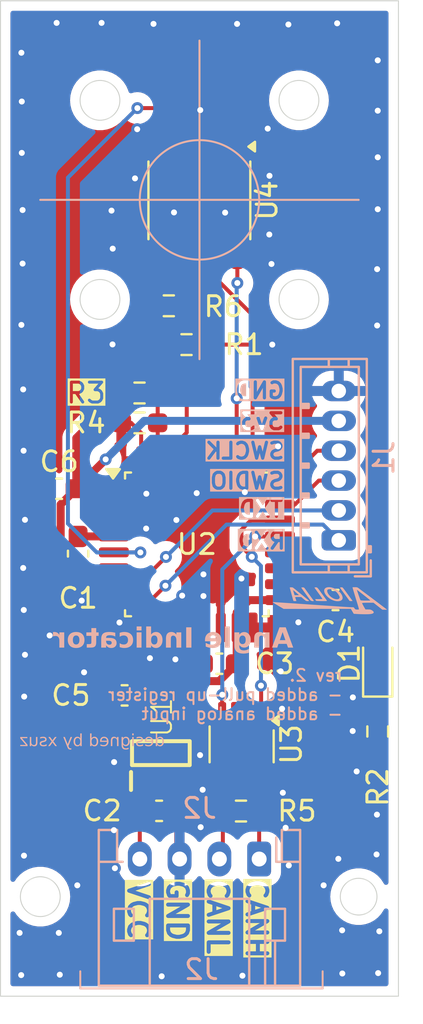
<source format=kicad_pcb>
(kicad_pcb (version 20240108) (generator "pcbnew") (generator_version "8.0")
  (title_block (title "AngleIndicator") (rev "0.0") (company "AIOLIA"))
  (layers (0 "F.Cu" signal) (31 "B.Cu" signal) (34 "B.Paste" user) (35 "F.Paste" user) (36 "B.SilkS" user "B.Silkscreen") (37 "F.SilkS" user "F.Silkscreen") (38 "B.Mask" user) (39 "F.Mask" user) (44 "Edge.Cuts" user))
  (net 0 "")
  (net 1 "GND")
  (net 2 "VCC")
  (net 3 "+3V3")
  (net 4 "RST")
  (net 5 "LED1")
  (net 6 "Net-(D1-K)")
  (net 7 "TX2")
  (net 8 "RX2")
  (net 9 "SWDIO")
  (net 10 "SWCLK")
  (net 11 "/BOOT0")
  (net 12 "CAN_TX")
  (net 13 "CAN_RX")
  (net 14 "/CAN-")
  (net 15 "/CAN+")
  (net 20 "DIR")
  (net 24 "SDA")
  (net 25 "AIN")
  (net 31 "SCL")
  (footprint "Capacitor_SMD:C_0603_1608Metric_Pad1.08x0.95mm_HandSolder" (layer "F.Cu") (at 26.2375 54.89)
    (property "Reference" "C5" (at -2.7 0 0) (layer "F.SilkS"))
    (property "Value" "1.0u")
    (pad "1" smd roundrect (at -0.8625 0) (size 1.075 0.95) (layers "F.Cu" "F.Paste" "F.Mask") (net 1 "GND"))
    (pad "2" smd roundrect (at 0.8625 0) (size 1.075 0.95) (layers "F.Cu" "F.Paste" "F.Mask") (net 3 "+3V3"))
  )
  (footprint "Capacitor_SMD:C_0603_1608Metric_Pad1.08x0.95mm_HandSolder" (layer "F.Cu") (at 31 53.3 180)
    (property "Reference" "C3" (at -2.78 0 0) (layer "F.SilkS"))
    (property "Value" "0.1u")
    (pad "1" smd roundrect (at -0.8625 0 180) (size 1.075 0.95) (layers "F.Cu" "F.Paste" "F.Mask") (net 3 "+3V3"))
    (pad "2" smd roundrect (at 0.8625 0 180) (size 1.075 0.95) (layers "F.Cu" "F.Paste" "F.Mask") (net 1 "GND"))
  )
  (footprint "Capacitor_SMD:C_0603_1608Metric_Pad1.08x0.95mm_HandSolder" (layer "F.Cu") (at 23.9 47.77 -90)
    (property "Reference" "C1" (at 2.2375 0 0) (layer "F.SilkS"))
    (property "Value" "0.1u")
    (pad "1" smd roundrect (at -0.8625 0 270) (size 1.075 0.95) (layers "F.Cu" "F.Paste" "F.Mask") (net 4 "RST"))
    (pad "2" smd roundrect (at 0.8625 0 270) (size 1.075 0.95) (layers "F.Cu" "F.Paste" "F.Mask") (net 1 "GND"))
  )
  (footprint "Resistor_SMD:R_0603_1608Metric_Pad0.98x0.95mm_HandSolder" (layer "F.Cu") (at 29.35 37.27)
    (property "Reference" "R1" (at 2.89 0 0) (layer "F.SilkS"))
    (property "Value" "10k")
    (pad "1" smd roundrect (at -0.9125 0) (size 0.975 0.95) (layers "F.Cu" "F.Paste" "F.Mask") (net 3 "+3V3"))
    (pad "2" smd roundrect (at 0.9125 0) (size 0.975 0.95) (layers "F.Cu" "F.Paste" "F.Mask") (net 31 "SCL"))
  )
  (footprint "Capacitor_SMD:C_0603_1608Metric_Pad1.08x0.95mm_HandSolder" (layer "F.Cu") (at 22.9475 44.51 180)
    (property "Reference" "C6" (at -0.0025 1.36 180) (layer "F.SilkS"))
    (property "Value" "0.1u")
    (pad "1" smd roundrect (at -0.8625 0 180) (size 1.075 0.95) (layers "F.Cu" "F.Paste" "F.Mask") (net 3 "+3V3"))
    (pad "2" smd roundrect (at 0.8625 0 180) (size 1.075 0.95) (layers "F.Cu" "F.Paste" "F.Mask") (net 1 "GND"))
  )
  (footprint "Capacitor_SMD:C_0603_1608Metric_Pad1.08x0.95mm_HandSolder" (layer "F.Cu") (at 27.9725 60.69)
    (property "Reference" "C2" (at -2.8625 0 0) (layer "F.SilkS"))
    (property "Value" "0.1u")
    (pad "1" smd roundrect (at -0.8625 0) (size 1.075 0.95) (layers "F.Cu" "F.Paste" "F.Mask") (net 2 "VCC"))
    (pad "2" smd roundrect (at 0.8625 0) (size 1.075 0.95) (layers "F.Cu" "F.Paste" "F.Mask") (net 1 "GND"))
  )
  (footprint "Resistor_SMD:R_0603_1608Metric_Pad0.98x0.95mm_HandSolder" (layer "F.Cu") (at 28.46 35.32)
    (property "Reference" "R6" (at 2.74 0.04 0) (layer "F.SilkS"))
    (property "Value" "10k")
    (pad "1" smd roundrect (at -0.9125 0) (size 0.975 0.95) (layers "F.Cu" "F.Paste" "F.Mask") (net 3 "+3V3"))
    (pad "2" smd roundrect (at 0.9125 0) (size 0.975 0.95) (layers "F.Cu" "F.Paste" "F.Mask") (net 24 "SDA"))
  )
  (footprint "Resistor_SMD:R_0603_1608Metric_Pad0.98x0.95mm_HandSolder" (layer "F.Cu") (at 26.9875 41.2)
    (property "Reference" "R4" (at -2.6875 0 0) (layer "F.SilkS"))
    (property "Value" "100")
    (pad "1" smd roundrect (at -0.9125 0) (size 0.975 0.95) (layers "F.Cu" "F.Paste" "F.Mask") (net 1 "GND"))
    (pad "2" smd roundrect (at 0.9125 0) (size 0.975 0.95) (layers "F.Cu" "F.Paste" "F.Mask") (net 11 "/BOOT0"))
  )
  (footprint "Package_TO_SOT_SMD:SOT-23-8_Handsoldering" (layer "F.Cu") (at 32.12 57.35 -90)
    (property "Reference" "U3" (at 0 -2.5 90) (layer "F.SilkS"))
    (property "Value" "~")
    (pad "1" smd roundrect (at -1.35 -0.98 270) (size 1.56 0.4) (layers "F.Cu" "F.Paste" "F.Mask") (net 12 "CAN_TX"))
    (pad "2" smd roundrect (at -1.35 -0.33 270) (size 1.56 0.4) (layers "F.Cu" "F.Paste" "F.Mask") (net 1 "GND"))
    (pad "3" smd roundrect (at -1.35 0.33 270) (size 1.56 0.4) (layers "F.Cu" "F.Paste" "F.Mask") (net 3 "+3V3"))
    (pad "4" smd roundrect (at -1.35 0.98 270) (size 1.56 0.4) (layers "F.Cu" "F.Paste" "F.Mask") (net 13 "CAN_RX"))
    (pad "5" smd roundrect (at 1.35 0.98 270) (size 1.56 0.4) (layers "F.Cu" "F.Paste" "F.Mask") (net 3 "+3V3"))
    (pad "6" smd roundrect (at 1.35 0.33 270) (size 1.56 0.4) (layers "F.Cu" "F.Paste" "F.Mask") (net 14 "/CAN-"))
    (pad "7" smd roundrect (at 1.35 -0.33 270) (size 1.56 0.4) (layers "F.Cu" "F.Paste" "F.Mask") (net 15 "/CAN+"))
    (pad "8" smd roundrect (at 1.35 -0.98 270) (size 1.56 0.4) (layers "F.Cu" "F.Paste" "F.Mask") (net 1 "GND"))
  )
  (footprint "Resistor_SMD:R_0603_1608Metric_Pad0.98x0.95mm_HandSolder" (layer "F.Cu") (at 32.0875 60.7)
    (property "Reference" "R5" (at 2.8125 0 0) (layer "F.SilkS"))
    (property "Value" "120")
    (pad "1" smd roundrect (at -0.9125 0) (size 0.975 0.95) (layers "F.Cu" "F.Paste" "F.Mask") (net 14 "/CAN-"))
    (pad "2" smd roundrect (at 0.9125 0) (size 0.975 0.95) (layers "F.Cu" "F.Paste" "F.Mask") (net 15 "/CAN+"))
  )
  (footprint "Package_SO:SOIC-8_3.9x4.9mm_P1.27mm" (layer "F.Cu") (at 29.995 30.025 -90)
    (property "Reference" "U4" (at 0 -3.4 90) (layer "F.SilkS"))
    (property "Value" "~")
    (pad "1" smd roundrect (at -2.475 -1.905 270) (size 1.95 0.6) (layers "F.Cu" "F.Paste" "F.Mask") (net 3 "+3V3"))
    (pad "2" smd roundrect (at -2.475 -0.635 270) (size 1.95 0.6) (layers "F.Cu" "F.Paste" "F.Mask") (net 3 "+3V3"))
    (pad "3" smd roundrect (at -2.475 0.635 270) (size 1.95 0.6) (layers "F.Cu" "F.Paste" "F.Mask") (net 25 "AIN"))
    (pad "4" smd roundrect (at -2.475 1.905 270) (size 1.95 0.6) (layers "F.Cu" "F.Paste" "F.Mask") (net 1 "GND"))
    (pad "5" smd roundrect (at 2.475 1.905 270) (size 1.95 0.6) (layers "F.Cu" "F.Paste" "F.Mask"))
    (pad "6" smd roundrect (at 2.475 0.635 270) (size 1.95 0.6) (layers "F.Cu" "F.Paste" "F.Mask") (net 24 "SDA"))
    (pad "7" smd roundrect (at 2.475 -0.635 270) (size 1.95 0.6) (layers "F.Cu" "F.Paste" "F.Mask") (net 31 "SCL"))
    (pad "8" smd roundrect (at 2.475 -1.905 270) (size 1.95 0.6) (layers "F.Cu" "F.Paste" "F.Mask") (net 20 "DIR"))
  )
  (footprint "Resistor_SMD:R_0603_1608Metric_Pad0.98x0.95mm_HandSolder" (layer "F.Cu") (at 26.9875 39.7 180)
    (property "Reference" "R3" (at 2.6875 0 0) (layer "F.SilkS" knockout))
    (property "Value" "100")
    (pad "1" smd roundrect (at -0.9125 0 180) (size 0.975 0.95) (layers "F.Cu" "F.Paste" "F.Mask") (net 11 "/BOOT0"))
    (pad "2" smd roundrect (at 0.9125 0 180) (size 0.975 0.95) (layers "F.Cu" "F.Paste" "F.Mask") (net 3 "+3V3"))
  )
  (footprint "AIOLIA:SOT95P280X130-5N" (layer "F.Cu") (at 27.86 57.69 90)
    (property "Reference" "U1" (at 1.7 0.25 90) (layer "F.SilkS") (effects (font (thickness 0.1))))
    (property "Value" "~")
    (pad "1" smd rect (at -1.5 -0.75 180) (size 0.6 0.9) (layers "F.Cu" "F.Paste" "F.Mask") (net 2 "VCC"))
    (pad "2" smd rect (at -1.5 0.2 180) (size 0.6 0.9) (layers "F.Cu" "F.Paste" "F.Mask") (net 1 "GND"))
    (pad "3" smd rect (at -1.5 1.15 180) (size 0.6 0.9) (layers "F.Cu" "F.Paste" "F.Mask") (net 2 "VCC"))
    (pad "4" smd rect (at 1.3 1.15 180) (size 0.6 0.9) (layers "F.Cu" "F.Paste" "F.Mask"))
    (pad "5" smd rect (at 1.3 -0.75 180) (size 0.6 0.9) (layers "F.Cu" "F.Paste" "F.Mask") (net 3 "+3V3"))
  )
  (footprint "Package_QFP:LQFP-32_7x7mm_P0.8mm" (layer "F.Cu") (at 29.87 47.305)
    (property "Reference" "U2" (at 0 0 0) (layer "F.SilkS"))
    (property "Value" "STM32G441KBTx")
    (pad "1" smd roundrect (at -4.175 -2.8) (size 1.5 0.5) (layers "F.Cu" "F.Paste" "F.Mask") (net 3 "+3V3"))
    (pad "2" smd roundrect (at -4.175 -2) (size 1.5 0.5) (layers "F.Cu" "F.Paste" "F.Mask"))
    (pad "3" smd roundrect (at -4.175 -1.2) (size 1.5 0.5) (layers "F.Cu" "F.Paste" "F.Mask"))
    (pad "4" smd roundrect (at -4.175 -0.4) (size 1.5 0.5) (layers "F.Cu" "F.Paste" "F.Mask") (net 4 "RST"))
    (pad "5" smd roundrect (at -4.175 0.4) (size 1.5 0.5) (layers "F.Cu" "F.Paste" "F.Mask") (net 25 "AIN"))
    (pad "6" smd roundrect (at -4.175 1.2) (size 1.5 0.5) (layers "F.Cu" "F.Paste" "F.Mask"))
    (pad "7" smd roundrect (at -4.175 2) (size 1.5 0.5) (layers "F.Cu" "F.Paste" "F.Mask") (net 7 "TX2"))
    (pad "8" smd roundrect (at -4.175 2.8) (size 1.5 0.5) (layers "F.Cu" "F.Paste" "F.Mask") (net 8 "RX2"))
    (pad "9" smd roundrect (at -2.8 4.175) (size 0.5 1.5) (layers "F.Cu" "F.Paste" "F.Mask"))
    (pad "10" smd roundrect (at -2 4.175) (size 0.5 1.5) (layers "F.Cu" "F.Paste" "F.Mask"))
    (pad "11" smd roundrect (at -1.2 4.175) (size 0.5 1.5) (layers "F.Cu" "F.Paste" "F.Mask"))
    (pad "12" smd roundrect (at -0.4 4.175) (size 0.5 1.5) (layers "F.Cu" "F.Paste" "F.Mask"))
    (pad "13" smd roundrect (at 0.4 4.175) (size 0.5 1.5) (layers "F.Cu" "F.Paste" "F.Mask"))
    (pad "14" smd roundrect (at 1.2 4.175) (size 0.5 1.5) (layers "F.Cu" "F.Paste" "F.Mask") (net 1 "GND"))
    (pad "15" smd roundrect (at 2 4.175) (size 0.5 1.5) (layers "F.Cu" "F.Paste" "F.Mask") (net 3 "+3V3"))
    (pad "16" smd roundrect (at 2.8 4.175) (size 0.5 1.5) (layers "F.Cu" "F.Paste" "F.Mask") (net 1 "GND"))
    (pad "17" smd roundrect (at 4.175 2.8) (size 1.5 0.5) (layers "F.Cu" "F.Paste" "F.Mask") (net 3 "+3V3"))
    (pad "18" smd roundrect (at 4.175 2) (size 1.5 0.5) (layers "F.Cu" "F.Paste" "F.Mask") (net 5 "LED1"))
    (pad "19" smd roundrect (at 4.175 1.2) (size 1.5 0.5) (layers "F.Cu" "F.Paste" "F.Mask"))
    (pad "20" smd roundrect (at 4.175 0.4) (size 1.5 0.5) (layers "F.Cu" "F.Paste" "F.Mask"))
    (pad "21" smd roundrect (at 4.175 -0.4) (size 1.5 0.5) (layers "F.Cu" "F.Paste" "F.Mask") (net 13 "CAN_RX"))
    (pad "22" smd roundrect (at 4.175 -1.2) (size 1.5 0.5) (layers "F.Cu" "F.Paste" "F.Mask") (net 12 "CAN_TX"))
    (pad "23" smd roundrect (at 4.175 -2) (size 1.5 0.5) (layers "F.Cu" "F.Paste" "F.Mask") (net 9 "SWDIO"))
    (pad "24" smd roundrect (at 4.175 -2.8) (size 1.5 0.5) (layers "F.Cu" "F.Paste" "F.Mask") (net 10 "SWCLK"))
    (pad "25" smd roundrect (at 2.8 -4.175) (size 0.5 1.5) (layers "F.Cu" "F.Paste" "F.Mask") (net 31 "SCL"))
    (pad "26" smd roundrect (at 2 -4.175) (size 0.5 1.5) (layers "F.Cu" "F.Paste" "F.Mask") (net 20 "DIR"))
    (pad "27" smd roundrect (at 1.2 -4.175) (size 0.5 1.5) (layers "F.Cu" "F.Paste" "F.Mask"))
    (pad "28" smd roundrect (at 0.4 -4.175) (size 0.5 1.5) (layers "F.Cu" "F.Paste" "F.Mask"))
    (pad "29" smd roundrect (at -0.4 -4.175) (size 0.5 1.5) (layers "F.Cu" "F.Paste" "F.Mask"))
    (pad "30" smd roundrect (at -1.2 -4.175) (size 0.5 1.5) (layers "F.Cu" "F.Paste" "F.Mask") (net 24 "SDA"))
    (pad "31" smd roundrect (at -2 -4.175) (size 0.5 1.5) (layers "F.Cu" "F.Paste" "F.Mask") (net 11 "/BOOT0"))
    (pad "32" smd roundrect (at -2.8 -4.175) (size 0.5 1.5) (layers "F.Cu" "F.Paste" "F.Mask") (net 1 "GND"))
  )
  (footprint "Diode_SMD:D_0603_1608Metric_Pad1.05x0.95mm_HandSolder" (layer "F.Cu") (at 38.96 53.29 90)
    (property "Reference" "D1" (at 0 -1.43 90) (layer "F.SilkS"))
    (property "Value" "LED")
    (pad "1" smd roundrect (at -0.875 0 90) (size 1.05 0.95) (layers "F.Cu" "F.Paste" "F.Mask") (net 6 "Net-(D1-K)"))
    (pad "2" smd roundrect (at 0.875 0 90) (size 1.05 0.95) (layers "F.Cu" "F.Paste" "F.Mask") (net 5 "LED1"))
  )
  (footprint "Capacitor_SMD:C_0603_1608Metric_Pad1.08x0.95mm_HandSolder" (layer "F.Cu") (at 36.8375 50.1)
    (property "Reference" "C4" (at 0 1.6 0) (layer "F.SilkS"))
    (property "Value" "0.1u")
    (pad "1" smd roundrect (at -0.8625 0) (size 1.075 0.95) (layers "F.Cu" "F.Paste" "F.Mask") (net 3 "+3V3"))
    (pad "2" smd roundrect (at 0.8625 0) (size 1.075 0.95) (layers "F.Cu" "F.Paste" "F.Mask") (net 1 "GND"))
  )
  (footprint "Resistor_SMD:R_0603_1608Metric_Pad0.98x0.95mm_HandSolder" (layer "F.Cu") (at 38.96 56.7025 90)
    (property "Reference" "R2" (at -2.8 0 90) (layer "F.SilkS"))
    (property "Value" "100")
    (pad "1" smd roundrect (at -0.9125 0 90) (size 0.975 0.95) (layers "F.Cu" "F.Paste" "F.Mask") (net 1 "GND"))
    (pad "2" smd roundrect (at 0.9125 0 90) (size 0.975 0.95) (layers "F.Cu" "F.Paste" "F.Mask") (net 6 "Net-(D1-K)"))
  )
  (footprint "AIOLIA:AIOLIA" (layer "B.Cu") (at 36.58 50.22 -150)
    (property "Reference" "G***" (hide yes))
    (property "Value" "LOGO" (hide yes))
  )
  (footprint "Connector_JST:JST_ZH_B6B-ZR_1x06_P1.50mm_Vertical" (layer "B.Cu") (at 37 47.1 90)
    (property "Reference" "J1" (at 4.14 2.27 90) (layer "B.SilkS") (effects (justify mirror)))
    (property "Value" "Conn_01x06")
    (pad "1" thru_hole roundrect (at 0 0 90) (size 1.03 1.73) (drill 0.73) (layers "*.Cu" "*.Mask") (roundrect_rratio 0.242718) (net 8 "RX2"))
    (pad "2" thru_hole oval (at 1.5 0 90) (size 1.03 1.73) (drill 0.73) (layers "*.Cu" "*.Mask") (net 7 "TX2"))
    (pad "3" thru_hole oval (at 3 0 90) (size 1.03 1.73) (drill 0.73) (layers "*.Cu" "*.Mask") (net 9 "SWDIO"))
    (pad "4" thru_hole oval (at 4.5 0 90) (size 1.03 1.73) (drill 0.73) (layers "*.Cu" "*.Mask") (net 10 "SWCLK"))
    (pad "5" thru_hole oval (at 6 0 90) (size 1.03 1.73) (drill 0.73) (layers "*.Cu" "*.Mask") (net 3 "+3V3"))
    (pad "6" thru_hole oval (at 7.5 0 90) (size 1.03 1.73) (drill 0.73) (layers "*.Cu" "*.Mask") (net 1 "GND"))
  )
  (footprint "Connector_JST:JST_PH_S4B-PH-K_1x04_P2.00mm_Horizontal" (layer "B.Cu") (at 33 63.11 180)
    (property "Reference" "J2" (at 3 2.55 0) (layer "B.SilkS") (effects (justify mirror)))
    (property "Value" "Conn_01x04")
    (pad "1" thru_hole roundrect (at 0 0 180) (size 1.2 1.75) (drill 0.75) (layers "*.Cu" "*.Mask") (roundrect_rratio 0.208333) (net 15 "/CAN+"))
    (pad "2" thru_hole oval (at 2 0 180) (size 1.2 1.75) (drill 0.75) (layers "*.Cu" "*.Mask") (net 14 "/CAN-"))
    (pad "3" thru_hole oval (at 4 0 180) (size 1.2 1.75) (drill 0.75) (layers "*.Cu" "*.Mask") (net 1 "GND"))
    (pad "4" thru_hole oval (at 6 0 180) (size 1.2 1.75) (drill 0.75) (layers "*.Cu" "*.Mask") (net 2 "VCC"))
  )
  (gr_line (start 36.19 69.61) (end 36.19 68.75) (stroke (width 0.1)) (layer "B.SilkS"))
  (gr_line (start 24.01 68.75) (end 24.01 69.61) (stroke (width 0.1)) (layer "B.SilkS"))
  (gr_line (start 24.01 69.61) (end 36.19 69.61) (stroke (width 0.1)) (layer "B.SilkS"))
  (gr_line (start 38 30) (end 22 30) (stroke (width 0.1)) (layer "B.SilkS"))
  (gr_circle (center 30 30) (end 27 30) (stroke (width 0.1)) (fill none) (layer "B.SilkS"))
  (gr_line (start 30 22) (end 30 38) (stroke (width 0.1)) (layer "B.SilkS"))
  (gr_line (start 30 22) (end 30 38) (stroke (width 0.1)) (layer "F.SilkS"))
  (gr_line (start 22 30) (end 38 30) (stroke (width 0.1)) (layer "F.SilkS"))
  (gr_circle (center 22 65) (end 23 65) (stroke (width 0.05)) (fill none) (layer "Edge.Cuts"))
  (gr_circle (center 35 35) (end 36 35) (stroke (width 0.05)) (fill none) (layer "Edge.Cuts"))
  (gr_circle (center 38 65) (end 38.921954 65) (stroke (width 0.05)) (fill none) (layer "Edge.Cuts"))
  (gr_circle (center 25 35) (end 26 35) (stroke (width 0.05)) (fill none) (layer "Edge.Cuts"))
  (gr_circle (center 25 25) (end 26 25) (stroke (width 0.05)) (fill none) (layer "Edge.Cuts"))
  (gr_rect (start 20 20) (end 40 70) (stroke (width 0.05)) (fill none) (layer "Edge.Cuts"))
  (gr_circle (center 35 25) (end 36 25) (stroke (width 0.05)) (fill none) (layer "Edge.Cuts"))
  (gr_text "TXD" (at 34.28 46 0) (layer "B.SilkS" knockout) (effects (font (size 0.8 0.8) (thickness 0.16) (bold yes)) (justify left bottom mirror)))
  (gr_text "designed by xsuz" (at 28.26 57.54 0) (layer "B.SilkS") (effects (font (size 0.6 0.6) (thickness 0.075)) (justify left bottom mirror)))
  (gr_text "SWDIO" (at 34.35 44.59 0) (layer "B.SilkS" knockout) (effects (font (size 0.8 0.8) (thickness 0.16) (bold yes)) (justify left bottom mirror)))
  (gr_text "RXD" (at 34.41 47.6 0) (layer "B.SilkS" knockout) (effects (font (size 0.8 0.8) (thickness 0.16) (bold yes)) (justify left bottom mirror)))
  (gr_text "3v3" (at 34.31 41.6 0) (layer "B.SilkS" knockout) (effects (font (size 0.8 0.8) (thickness 0.16) (bold yes)) (justify left bottom mirror)))
  (gr_text "SWCLK" (at 34.35 43.08 0) (layer "B.SilkS" knockout) (effects (font (size 0.8 0.8) (thickness 0.16) (bold yes)) (justify left bottom mirror)))
  (gr_text "rev 2.\n- added pull-up register\n- added analog input" (at 37.25 56.17 0) (layer "B.SilkS") (effects (font (size 0.6 0.6) (thickness 0.1)) (justify left bottom mirror)))
  (gr_text "GND" (at 34.36 40.05 0) (layer "B.SilkS" knockout) (effects (font (size 0.8 0.8) (thickness 0.16) (bold yes)) (justify left bottom mirror)))
  (gr_text "Angle Indicator" (at 34.72 52.66 0) (layer "B.SilkS") (effects (font (size 1 1) (thickness 0.2) (bold yes)) (justify left bottom mirror)))
  (gr_text "J2" (at 30.1 68.66 -0) (layer "B.SilkS") (effects (font (size 1 1)) (justify mirror)))
  (gr_text "VCC" (at 26.33 64.14 -90) (layer "F.SilkS" knockout) (effects (font (size 1 1) (thickness 0.2) (bold yes)) (justify left bottom)))
  (gr_text "GND" (at 28.29 64.03 -90) (layer "F.SilkS" knockout) (effects (font (size 1 1) (thickness 0.2) (bold yes)) (justify left bottom)))
  (gr_text "CANH" (at 32.28 64 -90) (layer "F.SilkS" knockout) (effects (font (size 1 1) (thickness 0.2) (bold yes)) (justify left bottom)))
  (gr_text "CANL" (at 30.33 64.02 -90) (layer "F.SilkS" knockout) (effects (font (size 1 1) (thickness 0.2) (bold yes)) (justify left bottom)))
  (segment (start 32.45 56) (end 32.45 56.839878) (width 0.4) (layer "F.Cu") (net 1))
  (segment (start 27.07 41.7075) (end 27.07 43.13) (width 0.2) (layer "F.Cu") (net 1))
  (segment (start 32.45 56.839878) (end 32.950122 57.34) (width 0.4) (layer "F.Cu") (net 1))
  (segment (start 31.07 51.48) (end 31.07 49.98) (width 0.4) (layer "F.Cu") (net 1))
  (segment (start 32.950122 57.34) (end 33.85 57.34) (width 0.4) (layer "F.Cu") (net 1))
  (segment (start 28.06 59.19) (end 28.06 59.915) (width 0.4) (layer "F.Cu") (net 1))
  (segment (start 28.835 60.69) (end 28.835 62.945) (width 0.2) (layer "F.Cu") (net 1))
  (segment (start 26.5625 41.2) (end 27.07 41.7075) (width 0.2) (layer "F.Cu") (net 1))
  (segment (start 28.06 59.915) (end 28.835 60.69) (width 0.4) (layer "F.Cu") (net 1))
  (segment (start 28.835 62.945) (end 29 63.11) (width 0.2) (layer "F.Cu") (net 1))
  (segment (start 26.075 41.2) (end 26.5625 41.2) (width 0.2) (layer "F.Cu") (net 1))
  (via (at 34.97 51.22) (size 0.6) (drill 0.3) (layers "F.Cu" "B.Cu") (net 1))
  (via (at 31.29 30.64) (size 0.6) (drill 0.3) (layers "F.Cu" "B.Cu") (net 1))
  (via (at 31.89 21.16) (size 0.6) (drill 0.3) (layers "F.Cu" "B.Cu") (net 1))
  (via (at 27.51 53.02) (size 0.6) (drill 0.3) (layers "F.Cu" "B.Cu") (net 1))
  (via (at 28.79 53.08) (size 0.6) (drill 0.3) (layers "F.Cu" "B.Cu") (net 1))
  (via (at 21.17 50.6) (size 0.6) (drill 0.3) (layers "F.Cu" "B.Cu") (net 1))
  (via (at 36.24 64.43) (size 0.6) (drill 0.3) (layers "F.Cu" "B.Cu") (net 1))
  (via (at 30.2 49.9) (size 0.6) (drill 0.3) (layers "F.Cu" "B.Cu") (net 1))
  (via (at 21.23 52.85) (size 0.6) (drill 0.3) (layers "F.Cu" "B.Cu") (net 1))
  (via (at 32.16 68.97) (size 0.6) (drill 0.3) (layers "F.Cu" "B.Cu") (net 1))
  (via (at 24.2 53.73) (size 0.6) (drill 0.3) (layers "F.Cu" "B.Cu") (net 1))
  (via (at 30.06 61.51) (size 0.6) (drill 0.3) (layers "F.Cu" "B.Cu") (net 1))
  (via (at 34.49 63.43) (size 0.6) (drill 0.3) (layers "F.Cu" "B.Cu") (net 1))
  (via (at 27.32 46.51) (size 0.6) (drill 0.3) (layers "F.Cu" "B.Cu") (net 1))
  (via (at 21.14 39.52) (size 0.6) (drill 0.3) (layers "F.Cu" "B.Cu") (net 1))
  (via (at 28.84 46.08) (size 0.6) (drill 0.3) (layers "F.Cu" "B.Cu") (net 1))
  (via (at 25.75 63.57) (size 0.6) (drill 0.3) (layers "F.Cu" "B.Cu") (net 1))
  (via (at 25.64 32.45) (size 0.6) (drill 0.3) (layers "F.Cu" "B.Cu") (net 1))
  (via (at 23.86 64.43) (size 0.6) (drill 0.3) (layers "F.Cu" "B.Cu") (net 1))
  (via (at 32.11 49.02) (size 0.6) (drill 0.3) (layers "F.Cu" "B.Cu") (net 1))
  (via (at 30.04 25.49) (size 0.6) (drill 0.3) (layers "F.Cu" "B.Cu") (net 1))
  (via (at 22.47 51.88) (size 0.6) (drill 0.3) (layers "F.Cu" "B.Cu") (net 1))
  (via (at 21.07 25.06) (size 0.6) (drill 0.3) (layers "F.Cu" "B.Cu") (net 1))
  (via (at 25.58 30.54) (size 0.6) (drill 0.3) (layers "F.Cu" "B.Cu") (net 1))
  (via (at 37.71 54.99) (size 0.6) (drill 0.3) (layers "F.Cu" "B.Cu") (net 1))
  (via (at 28.72 30.63) (size 0.6) (drill 0.3) (layers "F.Cu" "B.Cu") (net 1))
  (via (at 25.7 61.66) (size 0.6) (drill 0.3) (layers "F.Cu" "B.Cu") (net 1))
  (via (at 21.23 46.07) (size 0.6) (drill 0.3) (layers "F.Cu" "B.Cu") (net 1))
  (via (at 38.96 27.86) (size 0.6) (drill 0.3) (layers "F.Cu" "B.Cu") (net 1))
  (via (at 21.19 54.95) (size 0.6) (drill 0.3) (layers "F.Cu" "B.Cu") (net 1))
  (via (at 30.03 57.89) (size 0.6) (drill 0.3) (layers "F.Cu" "B.Cu") (net 1))
  (via (at 21.11 30.51) (size 0.6) (drill 0.3) (layers "F.Cu" "B.Cu") (net 1))
  (via (at 27.33 44.76) (size 0.6) (drill 0.3) (layers "F.Cu" "B.Cu") (net 1))
  (via (at 37.17 66.69) (size 0.6) (drill 0.3) (layers "F.Cu" "B.Cu") (net 1))
  (via (at 37.18 68.86) (size 0.6) (drill 0.3) (layers "F.Cu" "B.Cu") (net 1))
  (via (at 25.63 37.26) (size 0.6) (drill 0.3) (layers "F.Cu" "B.Cu") (net 1))
  (via (at 33.52 28.79) (size 0.6) (drill 0.3) (layers "F.Cu" "B.Cu") (net 1))
  (via (at 36.98 63.1) (size 0.6) (drill 0.3) (layers "F.Cu" "B.Cu") (net 1))
  (via (at 30.2 48.81) (size 0.6) (drill 0.3) (layers "F.Cu" "B.Cu") (net 1))
  (via (at 21.05 22.61) (size 0.6) (drill 0.3) (layers "F.Cu" "B.Cu") (net 1))
  (via (at 22.82 21.11) (size 0.6) (drill 0.3) (layers "F.Cu" "B.Cu") (net 1))
  (via (at 37.7 56.68) (size 0.6) (drill 0.3) (layers "F.Cu" "B.Cu") (net 1))
  (via (at 38.93 36.31) (size 0.6) (drill 0.3) (layers "F.Cu" "B.Cu") (net 1))
  (via (at 38.96 25.52) (size 0.6) (drill 0.3) (layers "F.Cu" "B.Cu") (net 1))
  (via (at 39.04 66.74) (size 0.6) (drill 0.3) (layers "F.Cu" "B.Cu") (net 1))
  (via (at 26.76 28.92) (size 0.6) (drill 0.3) (layers "F.Cu" "B.Cu") (net 1))
  (via (at 38.93 33.48) (size 0.6) (drill 0.3) (layers "F.Cu" "B.Cu") (net 1))
  (via (at 33.62 33.22) (size 0.6) (drill 0.3) (layers "F.Cu" "B.Cu") (net 1))
  (via (at 34.08 53.68) (size 0.6) (drill 0.3) (layers "F.Cu" "B.Cu") (net 1))
  (via (at 38.98 68.84) (size 0.6) (drill 0.3) (layers "F.Cu" "B.Cu") (net 1))
  (via (at 27.69 21.16) (size 0.6) (drill 0.3) (layers "F.Cu" "B.Cu") (net 1))
  (via (at 30.16 59.63) (size 0.6) (drill 0.3) (layers "F.Cu" "B.Cu") (net 1))
  (via (at 21.14 48.49) (size 0.6) (drill 0.3) (layers "F.Cu" "B.Cu") (net 1))
  (via (at 38.96 30.47) (size 0.6) (drill 0.3) (layers "F.Cu" "B.Cu") (net 1))
  (via (at 22.98 68.92) (size 0.6) (drill 0.3) (layers "F.Cu" "B.Cu") (net 1))
  (via (at 25.08 21.11) (size 0.6) (drill 0.3) (layers "F.Cu" "B.Cu") (net 1))
  (via (at 20.96 66.82) (size 0.6) (drill 0.3) (layers "F.Cu" "B.Cu") (net 1))
  (via (at 21.07 27.64) (size 0.6) (drill 0.3) (layers "F.Cu" "B.Cu") (net 1))
  (via (at 25.98 51.23) (size 0.6) (drill 0.3) (layers "F.Cu" "B.Cu") (net 1))
  (via (at 29.13 49.88) (size 0.6) (drill 0.3) (layers "F.Cu" "B.Cu") (net 1))
  (via (at 25.71 58.24) (size 0.6) (drill 0.3) (layers "F.Cu" "B.Cu") (net 1))
  (via (at 34.33 61.54) (size 0.6) (drill 0.3) (layers "F.Cu" "B.Cu") (net 1))
  (via (at 33.43 26.42) (size 0.6) (drill 0.3) (layers "F.Cu" "B.Cu") (net 1))
  (via (at 21.16 42.6) (size 0.6) (drill 0.3) (layers "F.Cu" "B.Cu") (net 1))
  (via (at 21.11 33.2) (size 0.6) (drill 0.3) (layers "F.Cu" "B.Cu") (net 1))
  (via (at 28.1 69) (size 0.6) (drill 0.3) (layers "F.Cu" "B.Cu") (net 1))
  (via (at 38.9 62.88) (size 0.6) (drill 0.3) (layers "F.Cu" "B.Cu") (net 1))
  (via (at 32.28 44.68) (size 0.6) (drill 0.3) (layers "F.Cu" "B.Cu") (net 1))
  (via (at 34.15 55.56) (size 0.6) (drill 0.3) (layers "F.Cu" "B.Cu") (net 1))
  (via (at 29.86 44.73) (size 0.6) (drill 0.3) (layers "F.Cu" "B.Cu") (net 1))
  (via (at 26.87 26.45) (size 0.6) (drill 0.3) (layers "F.Cu" "B.Cu") (net 1))
  (via (at 24.08 50.13) (size 0.6) (drill 0.3) (layers "F.Cu" "B.Cu") (net 1))
  (via (at 37.9 58.71) (size 0.6) (drill 0.3) (layers "F.Cu" "B.Cu") (net 1))
  (via (at 33.66 37.27) (size 0.6) (drill 0.3) (layers "F.Cu" "B.Cu") (net 1))
  (via (at 22.93 66.82) (size 0.6) (drill 0.3) (layers "F.Cu" "B.Cu") (net 1))
  (via (at 34.47 21.19) (size 0.6) (drill 0.3) (layers "F.Cu" "B.Cu") (net 1))
  (via (at 38.92 60.88) (size 0.6) (drill 0.3) (layers "F.Cu" "B.Cu") (net 1))
  (via (at 34.19 59.78) (size 0.6) (drill 0.3) (layers "F.Cu" "B.Cu") (net 1))
  (via (at 38.96 22.99) (size 0.6) (drill 0.3) (layers "F.Cu" "B.Cu") (net 1))
  (via (at 36.92 21.13) (size 0.6) (drill 0.3) (layers "F.Cu" "B.Cu") (net 1))
  (via (at 21.05 36.28) (size 0.6) (drill 0.3) (layers "F.Cu" "B.Cu") (net 1))
  (via (at 33.95 42.38) (size 0.6) (drill 0.3) (layers "F.Cu" "B.Cu") (net 1))
  (via (at 21.18 62.94) (size 0.6) (drill 0.3) (layers "F.Cu" "B.Cu") (net 1))
  (via (at 21.04 68.94) (size 0.6) (drill 0.3) (layers "F.Cu" "B.Cu") (net 1))
  (via (at 33.51 31.74) (size 0.6) (drill 0.3) (layers "F.Cu" "B.Cu") (net 1))
  (segment (start 28.74 58.3) (end 29.01 58.57) (width 0.4) (layer "F.Cu") (net 2))
  (segment (start 27 63.11) (end 27 60.8) (width 0.2) (layer "F.Cu") (net 2))
  (segment (start 27.11 58.59) (end 27.4 58.3) (width 0.4) (layer "F.Cu") (net 2))
  (segment (start 29.01 58.57) (end 29.01 59.19) (width 0.4) (layer "F.Cu") (net 2))
  (segment (start 27.11 59.19) (end 27.11 60.69) (width 0.4) (layer "F.Cu") (net 2))
  (segment (start 27 60.8) (end 27.11 60.69) (width 0.2) (layer "F.Cu") (net 2))
  (segment (start 27.11 59.19) (end 27.11 58.59) (width 0.4) (layer "F.Cu") (net 2))
  (segment (start 27.4 58.3) (end 28.74 58.3) (width 0.4) (layer "F.Cu") (net 2))
  (segment (start 27.5475 35.32) (end 26.722157 35.32) (width 0.2) (layer "F.Cu") (net 3))
  (segment (start 26.712157 35.33) (end 26.712157 30.627843) (width 0.4) (layer "F.Cu") (net 3))
  (segment (start 27.1 54.89) (end 28.39 54.89) (width 0.4) (layer "F.Cu") (net 3))
  (segment (start 30.54 56.37) (end 30.54 56.889878) (width 0.4) (layer "F.Cu") (net 3))
  (segment (start 23.025 45.295) (end 23.025 50.815) (width 0.4) (layer "F.Cu") (net 3))
  (segment (start 23.815 44.505) (end 23.81 44.51) (width 0.4) (layer "F.Cu") (net 3))
  (segment (start 30.01 29.43) (end 30.63 28.81) (width 0.4) (layer "F.Cu") (net 3))
  (segment (start 30.9875 54.175) (end 31.8625 53.3) (width 0.4) (layer "F.Cu") (net 3))
  (segment (start 31.14 57.489878) (end 31.14 58.7) (width 0.4) (layer "F.Cu") (net 3))
  (segment (start 23.81 44.51) (end 23.025 45.295) (width 0.4) (layer "F.Cu") (net 3))
  (segment (start 31.87 51.48) (end 31.87 50.730001) (width 0.4) (layer "F.Cu") (net 3))
  (segment (start 26.722157 35.32) (end 26.712157 35.33) (width 0.2) (layer "F.Cu") (net 3))
  (segment (start 28.39 54.89) (end 29.105 54.175) (width 0.4) (layer "F.Cu") (net 3))
  (segment (start 35.975 50.1) (end 34.05 50.1) (width 0.4) (layer "F.Cu") (net 3))
  (segment (start 26.075 39.7) (end 26.712157 39.062843) (width 0.4) (layer "F.Cu") (net 3))
  (segment (start 30.54 56.889878) (end 31.14 57.489878) (width 0.4) (layer "F.Cu") (net 3))
  (segment (start 27.91 29.43) (end 31.41 29.43) (width 0.4) (layer "F.Cu") (net 3))
  (segment (start 26.712157 39.062843) (end 26.712157 37.28) (width 0.4) (layer "F.Cu") (net 3))
  (segment (start 27.1 54.89) (end 27.1 56.38) (width 0.4) (layer "F.Cu") (net 3))
  (segment (start 31.87 51.48) (end 31.87 53.2925) (width 0.4) (layer "F.Cu") (net 3))
  (segment (start 31.79 53.3725) (end 31.8625 53.3) (width 0.4) (layer "F.Cu") (net 3))
  (segment (start 31.41 29.43) (end 31.9 28.94) (width 0.4) (layer "F.Cu") (net 3))
  (segment (start 28.39 54.89) (end 29.06 54.89) (width 0.4) (layer "F.Cu") (net 3))
  (segment (start 26.722157 37.27) (end 26.712157 37.28) (width 0.2) (layer "F.Cu") (net 3))
  (segment (start 29.06 54.89) (end 30.54 56.37) (width 0.4) (layer "F.Cu") (net 3))
  (segment (start 25.285 43.035) (end 23.81 44.51) (width 0.4) (layer "F.Cu") (net 3))
  (segment (start 31.79 56) (end 31.79 56.839878) (width 0.4) (layer "F.Cu") (net 3))
  (segment (start 31.79 56.839878) (end 31.14 57.489878) (width 0.4) (layer "F.Cu") (net 3))
  (segment (start 30.63 28.81) (end 30.63 27.55) (width 0.4) (layer "F.Cu") (net 3))
  (segment (start 28.4375 37.27) (end 26.722157 37.27) (width 0.2) (layer "F.Cu") (net 3))
  (segment (start 23.025 50.815) (end 27.1 54.89) (width 0.4) (layer "F.Cu") (net 3))
  (segment (start 25.695 44.505) (end 23.815 44.505) (width 0.4) (layer "F.Cu") (net 3))
  (segment (start 26.712157 30.627843) (end 27.91 29.43) (width 0.4) (layer "F.Cu") (net 3))
  (segment (start 23.81 44.51) (end 23.81 41.965) (width 0.4) (layer "F.Cu") (net 3))
  (segment (start 31.87 50.730001) (end 32.495001 50.105) (width 0.4) (layer "F.Cu") (net 3))
  (segment (start 27.1 56.38) (end 27.11 56.39) (width 0.4) (layer "F.Cu") (net 3))
  (segment (start 31.87 53.2925) (end 31.8625 53.3) (width 0.4) (layer "F.Cu") (net 3))
  (segment (start 29.105 54.175) (end 30.9875 54.175) (width 0.4) (layer "F.Cu") (net 3))
  (segment (start 23.81 41.965) (end 26.075 39.7) (width 0.4) (layer "F.Cu") (net 3))
  (segment (start 31.9 28.94) (end 31.9 27.55) (width 0.4) (layer "F.Cu") (net 3))
  (segment (start 34.05 50.1) (end 34.045 50.105) (width 0.4) (layer "F.Cu") (net 3))
  (segment (start 32.495001 50.105) (end 34.045 50.105) (width 0.4) (layer "F.Cu") (net 3))
  (segment (start 26.712157 37.28) (end 26.712157 35.33) (width 0.4) (layer "F.Cu") (net 3))
  (via (at 25.285 43.035) (size 0.6) (drill 0.3) (layers "F.Cu" "B.Cu") (net 3))
  (segment (start 25.285 43.035) (end 27.22 41.1) (width 0.4) (layer "B.Cu") (net 3))
  (segment (start 27.22 41.1) (end 37 41.1) (width 0.4) (layer "B.Cu") (net 3))
  (segment (start 23.9025 46.905) (end 23.9 46.9075) (width 0.4) (layer "F.Cu") (net 4))
  (segment (start 25.695 46.905) (end 23.9025 46.905) (width 0.4) (layer "F.Cu") (net 4))
  (segment (start 38.25 48.72) (end 38.96 49.43) (width 0.4) (layer "F.Cu") (net 5))
  (segment (start 34.045 49.305) (end 34.995 49.305) (width 0.4) (layer "F.Cu") (net 5))
  (segment (start 34.995 49.305) (end 35.58 48.72) (width 0.4) (layer "F.Cu") (net 5))
  (segment (start 38.96 49.43) (end 38.96 52.415) (width 0.4) (layer "F.Cu") (net 5))
  (segment (start 35.58 48.72) (end 38.25 48.72) (width 0.4) (layer "F.Cu") (net 5))
  (segment (start 38.96 54.165) (end 38.96 55.79) (width 0.4) (layer "F.Cu") (net 6))
  (segment (start 28.315 47.935) (end 26.945 49.305) (width 0.2) (layer "F.Cu") (net 7))
  (segment (start 26.945 49.305) (end 25.695 49.305) (width 0.2) (layer "F.Cu") (net 7))
  (via (at 28.315 47.935) (size 0.6) (drill 0.3) (layers "F.Cu" "B.Cu") (net 7))
  (segment (start 28.315 47.935) (end 30.65 45.6) (width 0.2) (layer "B.Cu") (net 7))
  (segment (start 30.65 45.6) (end 37 45.6) (width 0.2) (layer "B.Cu") (net 7))
  (segment (start 27.565 50.105) (end 25.695 50.105) (width 0.2) (layer "F.Cu") (net 8))
  (segment (start 28.29 49.38) (end 27.565 50.105) (width 0.2) (layer "F.Cu") (net 8))
  (via (at 28.29 49.38) (size 0.6) (drill 0.3) (layers "F.Cu" "B.Cu") (net 8))
  (segment (start 31.36 46.31) (end 36.21 46.31) (width 0.2) (layer "B.Cu") (net 8))
  (segment (start 28.29 49.38) (end 31.36 46.31) (width 0.2) (layer "B.Cu") (net 8))
  (segment (start 36.21 46.31) (end 37 47.1) (width 0.2) (layer "B.Cu") (net 8))
  (segment (start 34.045 45.305) (end 34.794999 45.305) (width 0.2) (layer "F.Cu") (net 9))
  (segment (start 35.999999 44.1) (end 37 44.1) (width 0.2) (layer "F.Cu") (net 9))
  (segment (start 34.794999 45.305) (end 35.999999 44.1) (width 0.2) (layer "F.Cu") (net 9))
  (segment (start 34.875 44.505) (end 35.16 44.22) (width 0.2) (layer "F.Cu") (net 10))
  (segment (start 35.16 43.36) (end 35.92 42.6) (width 0.2) (layer "F.Cu") (net 10))
  (segment (start 35.92 42.6) (end 37 42.6) (width 0.2) (layer "F.Cu") (net 10))
  (segment (start 35.16 44.22) (end 35.16 43.36) (width 0.2) (layer "F.Cu") (net 10))
  (segment (start 34.045 44.505) (end 34.875 44.505) (width 0.2) (layer "F.Cu") (net 10))
  (segment (start 27.9 43.1) (end 27.87 43.13) (width 0.2) (layer "F.Cu") (net 11))
  (segment (start 27.9 39.7) (end 27.9 43.1) (width 0.2) (layer "F.Cu") (net 11))
  (segment (start 32.11 47.41) (end 32.11 46.57) (width 0.2) (layer "F.Cu") (net 12))
  (segment (start 33.1 54.41) (end 33.09 54.4) (width 0.2) (layer "F.Cu") (net 12))
  (segment (start 32.575 46.105) (end 34.045 46.105) (width 0.2) (layer "F.Cu") (net 12))
  (segment (start 32.629265 47.929265) (end 32.11 47.41) (width 0.2) (layer "F.Cu") (net 12))
  (segment (start 32.11 46.57) (end 32.575 46.105) (width 0.2) (layer "F.Cu") (net 12))
  (segment (start 33.1 56) (end 33.1 54.41) (width 0.2) (layer "F.Cu") (net 12))
  (via (at 32.629265 47.929265) (size 0.6) (drill 0.3) (layers "F.Cu" "B.Cu") (net 12))
  (via (at 33.09 54.4) (size 0.6) (drill 0.3) (layers "F.Cu" "B.Cu") (net 12))
  (segment (start 33.09 48.39) (end 33.09 54.4) (width 0.2) (layer "B.Cu") (net 12))
  (segment (start 32.629265 47.929265) (end 33.09 48.39) (width 0.2) (layer "B.Cu") (net 12))
  (segment (start 31.14 54.862998) (end 31.146232 54.856766) (width 0.2) (layer "F.Cu") (net 13))
  (segment (start 32.8 46.91) (end 34.04 46.91) (width 0.2) (layer "F.Cu") (net 13))
  (segment (start 31.14 56) (end 31.14 54.862998) (width 0.2) (layer "F.Cu") (net 13))
  (segment (start 34.04 46.91) (end 34.045 46.905) (width 0.2) (layer "F.Cu") (net 13))
  (via (at 32.8 46.91) (size 0.6) (drill 0.3) (layers "F.Cu" "B.Cu") (net 13))
  (via (at 31.146232 54.856766) (size 0.6) (drill 0.3) (layers "F.Cu" "B.Cu") (net 13))
  (segment (start 31.146232 54.856766) (end 31.146232 48.563768) (width 0.2) (layer "B.Cu") (net 13))
  (segment (start 31.146232 48.563768) (end 32.8 46.91) (width 0.2) (layer "B.Cu") (net 13))
  (segment (start 31.79 60.085) (end 31.175 60.7) (width 0.4) (layer "F.Cu") (net 14))
  (segment (start 31.175 62.935) (end 31 63.11) (width 0.2) (layer "F.Cu") (net 14))
  (segment (start 31.79 58.7) (end 31.79 60.085) (width 0.4) (layer "F.Cu") (net 14))
  (segment (start 31.175 60.7) (end 31.175 62.935) (width 0.2) (layer "F.Cu") (net 14))
  (segment (start 33 60.7) (end 33 63.11) (width 0.2) (layer "F.Cu") (net 15))
  (segment (start 32.45 60.15) (end 33 60.7) (width 0.4) (layer "F.Cu") (net 15))
  (segment (start 32.45 58.7) (end 32.45 60.15) (width 0.4) (layer "F.Cu") (net 15))
  (segment (start 31.87 43.13) (end 31.87 39.97) (width 0.2) (layer "F.Cu") (net 20))
  (segment (start 31.904265 32.504265) (end 31.9 32.5) (width 0.2) (layer "F.Cu") (net 20))
  (segment (start 31.904265 34.175735) (end 31.904265 32.504265) (width 0.2) (layer "F.Cu") (net 20))
  (via (at 31.87 39.97) (size 0.6) (drill 0.3) (layers "F.Cu" "B.Cu") (net 20))
  (via (at 31.904265 34.175735) (size 0.6) (drill 0.3) (layers "F.Cu" "B.Cu") (net 20))
  (segment (start 31.87 34.21) (end 31.904265 34.175735) (width 0.2) (layer "B.Cu") (net 20))
  (segment (start 31.87 39.97) (end 31.87 34.21) (width 0.2) (layer "B.Cu") (net 20))
  (segment (start 29.36 41.690001) (end 29.36 32.5) (width 0.2) (layer "F.Cu") (net 24))
  (segment (start 28.67 42.380001) (end 29.36 41.690001) (width 0.2) (layer "F.Cu") (net 24))
  (segment (start 28.67 43.13) (end 28.67 42.380001) (width 0.2) (layer "F.Cu") (net 24))
  (segment (start 28.66 25.39) (end 29.36 26.09) (width 0.2) (layer "F.Cu") (net 25))
  (segment (start 26.88 25.39) (end 28.66 25.39) (width 0.2) (layer "F.Cu") (net 25))
  (segment (start 29.36 26.09) (end 29.36 27.55) (width 0.2) (layer "F.Cu") (net 25))
  (segment (start 25.695 47.705) (end 27.025 47.705) (width 0.2) (layer "F.Cu") (net 25))
  (segment (start 27.025 47.705) (end 27.03 47.71) (width 0.2) (layer "F.Cu") (net 25))
  (via (at 26.88 25.39) (size 0.6) (drill 0.3) (layers "F.Cu" "B.Cu") (net 25))
  (via (at 27.03 47.71) (size 0.6) (drill 0.3) (layers "F.Cu" "B.Cu") (net 25))
  (segment (start 27.03 47.71) (end 24.84 47.71) (width 0.2) (layer "B.Cu") (net 25))
  (segment (start 23.389302 46.259302) (end 23.389302 28.880698) (width 0.2) (layer "B.Cu") (net 25))
  (segment (start 24.84 47.71) (end 23.389302 46.259302) (width 0.2) (layer "B.Cu") (net 25))
  (segment (start 23.389302 28.880698) (end 26.88 25.39) (width 0.2) (layer "B.Cu") (net 25))
  (segment (start 30.63 32.5) (end 30.63 33.75) (width 0.2) (layer "F.Cu") (net 31))
  (segment (start 32.67 35.79) (end 32.67 37.27) (width 0.2) (layer "F.Cu") (net 31))
  (segment (start 30.63 33.75) (end 32.67 35.79) (width 0.2) (layer "F.Cu") (net 31))
  (segment (start 32.67 37.27) (end 32.67 43.13) (width 0.2) (layer "F.Cu") (net 31))
  (segment (start 30.2625 37.27) (end 32.67 37.27) (width 0.2) (layer "F.Cu") (net 31))
  (zone (net 1) (net_name "GND") (layers "F&B.Cu") (connect_pads (clearance 0.5)) (min_thickness 0.25) (fill yes (thermal_gap 0.5) (thermal_bridge_width 0.5))
    (polygon (pts (xy 19.99 19.96) (xy 19.98 70.02) (xy 40.04 70.02) (xy 40.03 19.97)))
  )
)
</source>
